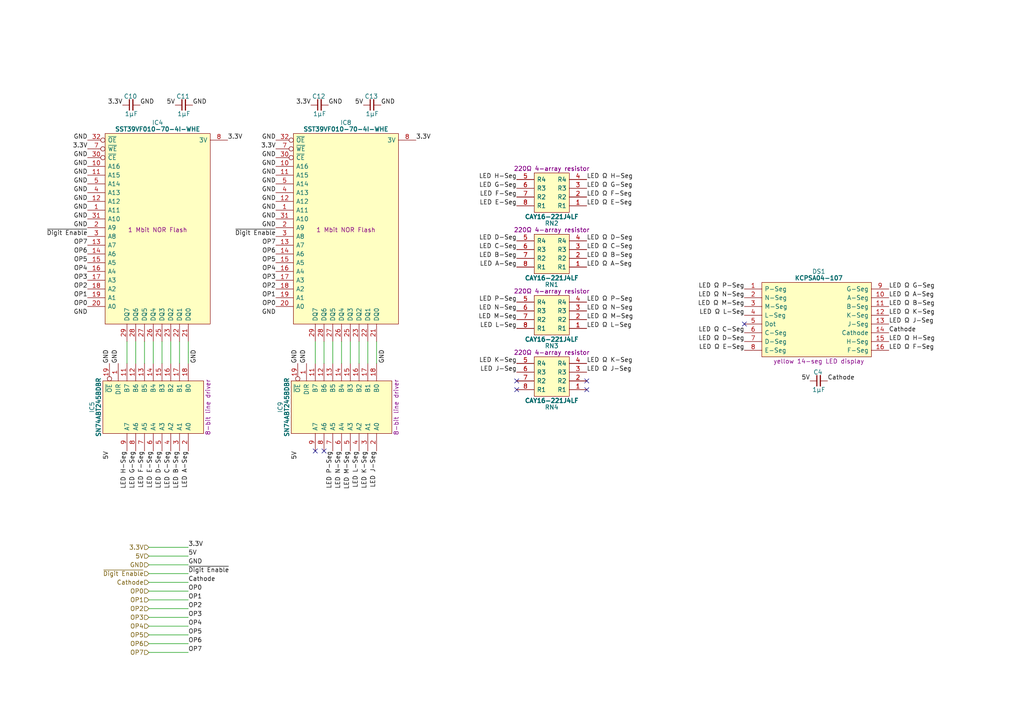
<source format=kicad_sch>
(kicad_sch (version 20231120) (generator "eeschema") (generator_version "8.0")
  (paper "A4")
  (lib_symbols
    (symbol "Bourns:CAY16-221J4LF" (pin_names (offset 0.762))
      (property "Reference" "RN" (at 10.16 5.08 0))
      (property "Value" "CAY16-221J4LF" (at 10.16 3.175 0))
      (property "Description" "220Ω 4-array resistor" (at 10.16 -10.795 0))
      (symbol "CAY16-221J4LF_0_0"
        (pin passive line (at 0 0 0) (length 5.08) (name "R1") (number "1"))
        (pin passive line (at 0 -2.54 0) (length 5.08) (name "R2") (number "2"))
        (pin passive line (at 0 -5.08 0) (length 5.08) (name "R3") (number "3"))
        (pin passive line (at 0 -7.62 0) (length 5.08) (name "R4") (number "4"))
        (pin passive line (at 20.32 -7.62 180) (length 5.08) (name "R4") (number "5"))
        (pin passive line (at 20.32 -5.08 180) (length 5.08) (name "R3") (number "6"))
        (pin passive line (at 20.32 -2.54 180) (length 5.08) (name "R2") (number "7"))
        (pin passive line (at 20.32 0 180) (length 5.08) (name "R1") (number "8"))
      )
      (symbol "CAY16-221J4LF_0_1"
        (polyline (pts (xy 5.08 1.905) (xy 15.24 1.905) (xy 15.24 -9.525) (xy 5.08 -9.525) (xy 5.08 1.905)) (stroke (width 0.1524)) (fill (type background)))
      )
    )
    (symbol "HCP65:C_0805" (pin_numbers hide) (pin_names (offset 0.254) hide)
      (property "Reference" "C" (at 2.286 2.54 0))
      (property "Value" "?μF" (at 2.54 -2.54 0))
      (symbol "C_0805_0_1"
        (polyline (pts (xy 1.9685 -1.4605) (xy 1.9685 1.5875)) (stroke (width 0.3048)))
        (polyline (pts (xy 2.9845 -1.4605) (xy 2.9845 1.5875)) (stroke (width 0.3302)))
      )
      (symbol "C_0805_1_1"
        (pin passive line (at 0 0 0) (length 2.032) (name "~") (number "1"))
        (pin passive line (at 5.08 0 180) (length 2.032) (name "~") (number "2"))
      )
    )
    (symbol "Kingbright:KCPSA04-107" (pin_names (offset 0.762))
      (property "Reference" "DS" (at 21.59 5.08 0))
      (property "Value" "KCPSA04-107" (at 21.59 3.175 0))
      (property "Description" "yellow 14-seg LED display" (at 21.59 -20.955 0))
      (symbol "KCPSA04-107_0_1"
        (polyline (pts (xy 5.08 1.905) (xy 36.83 1.905) (xy 36.83 -19.685) (xy 5.08 -19.685) (xy 5.08 1.905)) (stroke (width 0.1524)) (fill (type background)))
      )
      (symbol "KCPSA04-107_1_0"
        (pin passive line (at 0 0 0) (length 5.08) (name "P-Seg") (number "1"))
        (pin passive line (at 41.91 -2.54 180) (length 5.08) (name "A-Seg") (number "10"))
        (pin passive line (at 41.91 -5.08 180) (length 5.08) (name "B-Seg") (number "11"))
        (pin passive line (at 41.91 -7.62 180) (length 5.08) (name "K-Seg") (number "12"))
        (pin passive line (at 41.91 -10.16 180) (length 5.08) (name "J-Seg") (number "13"))
        (pin passive line (at 41.91 -12.7 180) (length 5.08) (name "Cathode") (number "14"))
        (pin passive line (at 41.91 -15.24 180) (length 5.08) (name "H-Seg") (number "15"))
        (pin passive line (at 41.91 -17.78 180) (length 5.08) (name "F-Seg") (number "16"))
        (pin passive line (at 0 -2.54 0) (length 5.08) (name "N-Seg") (number "2"))
        (pin passive line (at 0 -5.08 0) (length 5.08) (name "M-Seg") (number "3"))
        (pin passive line (at 0 -7.62 0) (length 5.08) (name "L-Seg") (number "4"))
        (pin passive line (at 0 -10.16 0) (length 5.08) (name "Dot") (number "5"))
        (pin passive line (at 0 -12.7 0) (length 5.08) (name "C-Seg") (number "6"))
        (pin passive line (at 0 -15.24 0) (length 5.08) (name "D-Seg") (number "7"))
        (pin passive line (at 0 -17.78 0) (length 5.08) (name "E-Seg") (number "8"))
        (pin passive line (at 41.91 0 180) (length 5.08) (name "G-Seg") (number "9"))
      )
    )
    (symbol "Microchip:SST39VF010-70-4I-WHE" (pin_names (offset 0.762))
      (property "Reference" "IC" (at 20.32 5.08 0))
      (property "Value" "SST39VF010-70-4I-WHE" (at 20.32 3.175 0))
      (property "Description" "1 Mbit NOR Flash" (at 20.32 -26.035 0))
      (symbol "SST39VF010-70-4I-WHE_0_0"
        (pin input line (at 0 -20.32 0) (length 5.08) (name "A11") (number "1"))
        (pin input line (at 0 -7.62 0) (length 5.08) (name "A16") (number "10"))
        (pin input line (at 0 -10.16 0) (length 5.08) (name "A15") (number "11"))
        (pin input line (at 0 -17.78 0) (length 5.08) (name "A12") (number "12"))
        (pin input line (at 0 -30.48 0) (length 5.08) (name "A7") (number "13"))
        (pin input line (at 0 -33.02 0) (length 5.08) (name "A6") (number "14"))
        (pin input line (at 0 -35.56 0) (length 5.08) (name "A5") (number "15"))
        (pin input line (at 0 -38.1 0) (length 5.08) (name "A4") (number "16"))
        (pin input line (at 0 -40.64 0) (length 5.08) (name "A3") (number "17"))
        (pin input line (at 0 -43.18 0) (length 5.08) (name "A2") (number "18"))
        (pin input line (at 0 -45.72 0) (length 5.08) (name "A1") (number "19"))
        (pin input line (at 0 -25.4 0) (length 5.08) (name "A9") (number "2"))
        (pin input line (at 0 -48.26 0) (length 5.08) (name "A0") (number "20"))
        (pin tri_state line (at 29.21 -58.42 90) (length 5.08) (name "DQ0") (number "21"))
        (pin tri_state line (at 26.67 -58.42 90) (length 5.08) (name "DQ1") (number "22"))
        (pin tri_state line (at 24.13 -58.42 90) (length 5.08) (name "DQ2") (number "23"))
        (pin tri_state line (at 21.59 -58.42 90) (length 5.08) (name "DQ3") (number "25"))
        (pin tri_state line (at 19.05 -58.42 90) (length 5.08) (name "DQ4") (number "26"))
        (pin tri_state line (at 16.51 -58.42 90) (length 5.08) (name "DQ5") (number "27"))
        (pin tri_state line (at 13.97 -58.42 90) (length 5.08) (name "DQ6") (number "28"))
        (pin tri_state line (at 11.43 -58.42 90) (length 5.08) (name "DQ7") (number "29"))
        (pin input line (at 0 -27.94 0) (length 5.08) (name "A8") (number "3"))
        (pin input line (at 0 -22.86 0) (length 5.08) (name "A10") (number "31"))
        (pin input line (at 0 -15.24 0) (length 5.08) (name "A13") (number "4"))
        (pin input line (at 0 -12.7 0) (length 5.08) (name "A14") (number "5"))
      )
      (symbol "SST39VF010-70-4I-WHE_0_1"
        (polyline (pts (xy 5.08 1.905) (xy 35.56 1.905) (xy 35.56 -53.34) (xy 5.08 -53.34) (xy 5.08 1.905)) (stroke (width 0.1524)) (fill (type background)))
      )
      (symbol "SST39VF010-70-4I-WHE_1_0"
        (pin passive line (at 0 -50.8 0) (length 5.08) hide (name "GND") (number "24"))
        (pin input inverted (at 0 -5.08 0) (length 5.08) (name "~{CE}") (number "30"))
        (pin input inverted (at 0 0 0) (length 5.08) (name "~{OE}") (number "32"))
        (pin no_connect line (at 40.64 -5.08 180) (length 5.08) hide (name "N.C.") (number "6"))
        (pin input inverted (at 0 -2.54 0) (length 5.08) (name "~{WE}") (number "7"))
        (pin passive line (at 40.64 0 180) (length 5.08) (name "3V") (number "8"))
        (pin no_connect line (at 40.64 -2.54 180) (length 5.08) hide (name "N.C.") (number "9"))
      )
    )
    (symbol "Texas_Instruments:SN74ABT245BDBR" (pin_names (offset 0.762))
      (property "Reference" "IC" (at 12.7 5.08 0))
      (property "Value" "SN74ABT245BDBR" (at 12.7 3.175 0))
      (property "Description" "8-bit line driver" (at 12.7 -28.575 0))
      (symbol "SN74ABT245BDBR_0_0"
        (pin input line (at 0 -2.54 0) (length 5.08) (name "DIR") (number "1"))
        (pin passive line (at 0 -25.4 0) (length 5.08) hide (name "GND") (number "10"))
        (pin tri_state line (at 0 -5.08 0) (length 5.08) (name "B7") (number "11"))
        (pin tri_state line (at 0 -7.62 0) (length 5.08) (name "B6") (number "12"))
        (pin tri_state line (at 0 -10.16 0) (length 5.08) (name "B5") (number "13"))
        (pin tri_state line (at 0 -12.7 0) (length 5.08) (name "B4") (number "14"))
        (pin tri_state line (at 0 -15.24 0) (length 5.08) (name "B3") (number "15"))
        (pin tri_state line (at 0 -17.78 0) (length 5.08) (name "B2") (number "16"))
        (pin tri_state line (at 0 -20.32 0) (length 5.08) (name "B1") (number "17"))
        (pin tri_state line (at 0 -22.86 0) (length 5.08) (name "B0") (number "18"))
        (pin input inverted (at 0 0 0) (length 5.08) (name "~{OE}") (number "19"))
        (pin tri_state line (at 25.4 -22.86 180) (length 5.08) (name "A0") (number "2"))
        (pin passive line (at 25.4 0 180) (length 5.08) hide (name "5V") (number "20"))
        (pin tri_state line (at 25.4 -20.32 180) (length 5.08) (name "A1") (number "3"))
        (pin tri_state line (at 25.4 -17.78 180) (length 5.08) (name "A2") (number "4"))
        (pin tri_state line (at 25.4 -15.24 180) (length 5.08) (name "A3") (number "5"))
        (pin tri_state line (at 25.4 -12.7 180) (length 5.08) (name "A4") (number "6"))
        (pin tri_state line (at 25.4 -10.16 180) (length 5.08) (name "A5") (number "7"))
        (pin tri_state line (at 25.4 -7.62 180) (length 5.08) (name "A6") (number "8"))
        (pin tri_state line (at 25.4 -5.08 180) (length 5.08) (name "A7") (number "9"))
      )
      (symbol "SN74ABT245BDBR_0_1"
        (polyline (pts (xy 5.08 1.905) (xy 20.32 1.905) (xy 20.32 -27.305) (xy 5.08 -27.305) (xy 5.08 1.905)) (stroke (width 0.1524)) (fill (type background)))
      )
    )
  )
  (no_connect (at 149.86 113.03))
  (no_connect (at 91.44 130.81))
  (no_connect (at 215.9 93.98))
  (no_connect (at 170.18 113.03))
  (no_connect (at 170.18 110.49))
  (no_connect (at 93.98 130.81))
  (no_connect (at 149.86 110.49))
  (wire (pts (xy 41.91 105.41) (xy 41.91 99.06)))
  (wire (pts (xy 43.18 176.53) (xy 54.61 176.53)))
  (wire (pts (xy 96.52 105.41) (xy 96.52 99.06)))
  (wire (pts (xy 49.53 105.41) (xy 49.53 99.06)))
  (wire (pts (xy 43.18 163.83) (xy 54.61 163.83)))
  (wire (pts (xy 43.18 161.29) (xy 54.61 161.29)))
  (wire (pts (xy 46.99 105.41) (xy 46.99 99.06)))
  (wire (pts (xy 43.18 166.37) (xy 54.61 166.37)))
  (wire (pts (xy 44.45 105.41) (xy 44.45 99.06)))
  (wire (pts (xy 43.18 171.45) (xy 54.61 171.45)))
  (wire (pts (xy 54.61 105.41) (xy 54.61 99.06)))
  (wire (pts (xy 106.68 105.41) (xy 106.68 99.06)))
  (wire (pts (xy 43.18 184.15) (xy 54.61 184.15)))
  (wire (pts (xy 43.18 189.23) (xy 54.61 189.23)))
  (wire (pts (xy 104.14 105.41) (xy 104.14 99.06)))
  (wire (pts (xy 99.06 105.41) (xy 99.06 99.06)))
  (wire (pts (xy 91.44 105.41) (xy 91.44 99.06)))
  (wire (pts (xy 43.18 173.99) (xy 54.61 173.99)))
  (wire (pts (xy 36.83 105.41) (xy 36.83 99.06)))
  (wire (pts (xy 39.37 105.41) (xy 39.37 99.06)))
  (wire (pts (xy 43.18 168.91) (xy 54.61 168.91)))
  (wire (pts (xy 43.18 181.61) (xy 54.61 181.61)))
  (wire (pts (xy 43.18 158.75) (xy 54.61 158.75)))
  (wire (pts (xy 43.18 186.69) (xy 54.61 186.69)))
  (wire (pts (xy 52.07 105.41) (xy 52.07 99.06)))
  (wire (pts (xy 93.98 105.41) (xy 93.98 99.06)))
  (wire (pts (xy 43.18 179.07) (xy 54.61 179.07)))
  (wire (pts (xy 101.6 105.41) (xy 101.6 99.06)))
  (wire (pts (xy 109.22 105.41) (xy 109.22 99.06)))
  (label "LED J-Seg" (at 109.22 130.81 270))
  (label "GND" (at 80.01 55.88 180))
  (label "GND" (at 95.25 30.48 0))
  (label "5V" (at 31.75 130.81 270))
  (label "LED Ω A-Seg" (at 170.18 77.47 0))
  (label "OP3" (at 54.61 179.07 0))
  (label "GND" (at 80.01 40.64 180))
  (label "LED M-Seg" (at 101.6 130.81 270))
  (label "5V" (at 50.8 30.48 180))
  (label "LED Ω N-Seg" (at 215.9 86.36 180))
  (label "GND" (at 25.4 66.04 180))
  (label "GND" (at 57.15 105.41 90))
  (label "Cathode" (at 240.03 110.49 0))
  (label "GND" (at 25.4 50.8 180))
  (label "3.3V" (at 66.04 40.64 0))
  (label "GND" (at 25.4 48.26 180))
  (label "GND" (at 80.01 50.8 180))
  (label "LED Ω M-Seg" (at 215.9 88.9 180))
  (label "LED K-Seg" (at 106.68 130.81 270))
  (label "LED N-Seg" (at 99.06 130.81 270))
  (label "OP3" (at 80.01 81.28 180))
  (label "LED A-Seg" (at 54.61 130.81 270))
  (label "OP6" (at 54.61 186.69 0))
  (label "LED Ω L-Seg" (at 215.9 91.44 180))
  (label "LED K-Seg" (at 149.86 105.41 180))
  (label "LED E-Seg" (at 149.86 59.69 180))
  (label "~{Digit Enable}" (at 80.01 68.58 180))
  (label "LED N-Seg" (at 149.86 90.17 180))
  (label "OP2" (at 25.4 83.82 180))
  (label "GND" (at 25.4 40.64 180))
  (label "LED Ω A-Seg" (at 257.81 86.36 0))
  (label "LED E-Seg" (at 44.45 130.81 270))
  (label "GND" (at 25.4 91.44 180))
  (label "OP3" (at 25.4 81.28 180))
  (label "LED F-Seg" (at 41.91 130.81 270))
  (label "~{Digit Enable}" (at 25.4 68.58 180))
  (label "OP5" (at 54.61 184.15 0))
  (label "LED Ω L-Seg" (at 170.18 95.25 0))
  (label "GND" (at 110.49 30.48 0))
  (label "GND" (at 25.4 63.5 180))
  (label "LED Ω F-Seg" (at 170.18 57.15 0))
  (label "OP2" (at 54.61 176.53 0))
  (label "Cathode" (at 54.61 168.91 0))
  (label "LED D-Seg" (at 149.86 69.85 180))
  (label "OP1" (at 25.4 86.36 180))
  (label "LED Ω H-Seg" (at 170.18 52.07 0))
  (label "LED Ω D-Seg" (at 170.18 69.85 0))
  (label "OP5" (at 80.01 76.2 180))
  (label "OP7" (at 25.4 71.12 180))
  (label "GND" (at 40.64 30.48 0))
  (label "LED P-Seg" (at 149.86 87.63 180))
  (label "GND" (at 111.76 105.41 90))
  (label "GND" (at 25.4 45.72 180))
  (label "OP4" (at 54.61 181.61 0))
  (label "3.3V" (at 54.61 158.75 0))
  (label "LED B-Seg" (at 149.86 74.93 180))
  (label "GND" (at 55.88 30.48 0))
  (label "Cathode" (at 257.81 96.52 0))
  (label "LED Ω G-Seg" (at 257.81 83.82 0))
  (label "GND" (at 80.01 53.34 180))
  (label "GND" (at 25.4 53.34 180))
  (label "LED Ω G-Seg" (at 170.18 54.61 0))
  (label "LED Ω B-Seg" (at 257.81 88.9 0))
  (label "GND" (at 80.01 58.42 180))
  (label "LED Ω D-Seg" (at 215.9 99.06 180))
  (label "GND" (at 80.01 91.44 180))
  (label "OP7" (at 54.61 189.23 0))
  (label "LED Ω P-Seg" (at 170.18 87.63 0))
  (label "GND" (at 54.61 163.83 0))
  (label "GND" (at 80.01 63.5 180))
  (label "LED H-Seg" (at 149.86 52.07 180))
  (label "OP4" (at 80.01 78.74 180))
  (label "GND" (at 25.4 58.42 180))
  (label "LED Ω J-Seg" (at 257.81 93.98 0))
  (label "LED L-Seg" (at 104.14 130.81 270))
  (label "LED C-Seg" (at 49.53 130.81 270))
  (label "LED Ω K-Seg" (at 257.81 91.44 0))
  (label "GND" (at 80.01 66.04 180))
  (label "5V" (at 54.61 161.29 0))
  (label "LED A-Seg" (at 149.86 77.47 180))
  (label "LED Ω F-Seg" (at 257.81 101.6 0))
  (label "LED D-Seg" (at 46.99 130.81 270))
  (label "LED Ω C-Seg" (at 215.9 96.52 180))
  (label "OP7" (at 80.01 71.12 180))
  (label "OP2" (at 80.01 83.82 180))
  (label "OP6" (at 80.01 73.66 180))
  (label "OP1" (at 80.01 86.36 180))
  (label "LED H-Seg" (at 36.83 130.81 270))
  (label "LED M-Seg" (at 149.86 92.71 180))
  (label "LED C-Seg" (at 149.86 72.39 180))
  (label "OP5" (at 25.4 76.2 180))
  (label "3.3V" (at 35.56 30.48 180))
  (label "~{Digit Enable}" (at 54.61 166.37 0))
  (label "LED Ω M-Seg" (at 170.18 92.71 0))
  (label "GND" (at 25.4 60.96 180))
  (label "5V" (at 105.41 30.48 180))
  (label "OP4" (at 25.4 78.74 180))
  (label "LED Ω K-Seg" (at 170.18 105.41 0))
  (label "GND" (at 86.36 105.41 90))
  (label "LED Ω C-Seg" (at 170.18 72.39 0))
  (label "OP1" (at 54.61 173.99 0))
  (label "OP0" (at 54.61 171.45 0))
  (label "5V" (at 86.36 130.81 270))
  (label "LED Ω E-Seg" (at 215.9 101.6 180))
  (label "3.3V" (at 25.4 43.18 180))
  (label "GND" (at 31.75 105.41 90))
  (label "GND" (at 80.01 60.96 180))
  (label "LED F-Seg" (at 149.86 57.15 180))
  (label "5V" (at 234.95 110.49 180))
  (label "LED Ω E-Seg" (at 170.18 59.69 0))
  (label "GND" (at 80.01 45.72 180))
  (label "GND" (at 88.9 105.41 90))
  (label "3.3V" (at 120.65 40.64 0))
  (label "GND" (at 80.01 48.26 180))
  (label "LED Ω H-Seg" (at 257.81 99.06 0))
  (label "LED Ω P-Seg" (at 215.9 83.82 180))
  (label "LED L-Seg" (at 149.86 95.25 180))
  (label "LED B-Seg" (at 52.07 130.81 270))
  (label "LED G-Seg" (at 149.86 54.61 180))
  (label "3.3V" (at 90.17 30.48 180))
  (label "OP0" (at 25.4 88.9 180))
  (label "3.3V" (at 80.01 43.18 180))
  (label "LED Ω B-Seg" (at 170.18 74.93 0))
  (label "OP6" (at 25.4 73.66 180))
  (label "LED P-Seg" (at 96.52 130.81 270))
  (label "OP0" (at 80.01 88.9 180))
  (label "GND" (at 25.4 55.88 180))
  (label "GND" (at 34.29 105.41 90))
  (label "LED G-Seg" (at 39.37 130.81 270))
  (label "LED Ω N-Seg" (at 170.18 90.17 0))
  (label "LED Ω J-Seg" (at 170.18 107.95 0))
  (label "LED J-Seg" (at 149.86 107.95 180))
  (hierarchical_label "GND" (shape input) (at 43.18 163.83 180))
  (hierarchical_label "OP2" (shape input) (at 43.18 176.53 180))
  (hierarchical_label "OP0" (shape input) (at 43.18 171.45 180))
  (hierarchical_label "OP7" (shape input) (at 43.18 189.23 180))
  (hierarchical_label "OP5" (shape input) (at 43.18 184.15 180))
  (hierarchical_label "~{Digit Enable}" (shape input) (at 43.18 166.37 180))
  (hierarchical_label "5V" (shape input) (at 43.18 161.29 180))
  (hierarchical_label "OP1" (shape input) (at 43.18 173.99 180))
  (hierarchical_label "OP6" (shape input) (at 43.18 186.69 180))
  (hierarchical_label "OP3" (shape input) (at 43.18 179.07 180))
  (hierarchical_label "Cathode" (shape input) (at 43.18 168.91 180))
  (hierarchical_label "3.3V" (shape input) (at 43.18 158.75 180))
  (hierarchical_label "OP4" (shape input) (at 43.18 181.61 180))
  (symbol (lib_id "Bourns:CAY16-221J4LF") (at 170.18 77.47 180) (unit 1)
    (property "Reference" "RN1" (at 160.02 82.55 0))
    (property "Value" "CAY16-221J4LF" (at 160.02 80.645 0) (effects (font (bold yes))))
    (property "Footprint" "SamacSys_Parts:CAY16-F4" (effects (hide yes)))
    (property "Datasheet" "https://www.bourns.com/docs/Product-Datasheets/CATCAY.pdf" (effects (hide yes)))
    (property "Description" "220Ω 4-array resistor" (at 160.02 66.675 0))
    (property "Height" "0.6" (effects (hide yes)))
    (property "Manufacturer_Name" "Bourns" (effects (hide yes)))
    (property "Manufacturer_Part_Number" "CAY16-221J4LF" (effects (hide yes)))
    (property "Mouser Part Number" "652-CAY16-221J4LF" (effects (hide yes)))
    (property "Mouser Price/Stock" "https://www.mouser.co.uk/ProductDetail/Bourns/CAY16-221J4LF?qs=BKfsZh40Pd9sAo64tUrb9Q%3D%3D" (effects (hide yes)))
    (property "Arrow Part Number" "CAY16-221J4LF" (effects (hide yes)))
    (property "Arrow Price/Stock" "https://www.arrow.com/en/products/cay16-221j4lf/bourns?region=nac" (effects (hide yes)))
    (property "Silkscreen" "220Ω" (effects (hide yes)))
    (property "Garbage" "Bourns CAY16 Series 220 +/-5% Isolated SMT Resistor Array, 4 Resistors, 0.25W total 1206 (3216M) package Convex" (effects (hide yes)))
    (instances (project "W65C816 Opcode Display" (path "" (reference "RN1") (unit 1)) (path "" (reference "RN5") (unit 1)) (path "" (reference "RN17") (unit 1))))
  )
  (symbol (lib_id "HCP65:C_0805") (at 90.17 30.48 0) (unit 1)
    (property "Reference" "C12" (at 92.456 27.94 0))
    (property "Value" "1μF" (at 92.71 33.02 0))
    (property "Footprint" "SamacSys_Parts:C_0805" (effects (hide yes)))
    (instances (project "W65C816 Opcode Display" (path "" (reference "C12") (unit 1)) (path "" (reference "C28") (unit 1)) (path "" (reference "C20") (unit 1))))
  )
  (symbol (lib_id "HCP65:C_0805") (at 105.41 30.48 0) (unit 1)
    (property "Reference" "C13" (at 107.696 27.94 0))
    (property "Value" "1μF" (at 107.95 33.02 0))
    (property "Footprint" "SamacSys_Parts:C_0805" (effects (hide yes)))
    (instances (project "W65C816 Opcode Display" (path "" (reference "C13") (unit 1)) (path "" (reference "C29") (unit 1)) (path "" (reference "C21") (unit 1))))
  )
  (symbol (lib_id "Texas_Instruments:SN74ABT245BDBR") (at 31.75 105.41 90) (mirror x) (unit 1)
    (property "Reference" "IC5" (at 26.67 118.11 0))
    (property "Value" "SN74ABT245BDBR" (at 28.575 118.11 0) (effects (font (bold yes))))
    (property "Footprint" "SamacSys_Parts:SOP65P780X200-20N" (effects (hide yes)))
    (property "Datasheet" "http://www.ti.com/lit/gpn/sn74abt245b" (effects (hide yes)))
    (property "Description" "8-bit line driver" (at 60.325 118.11 0))
    (property "Height" "2" (effects (hide yes)))
    (property "Manufacturer_Name" "Texas Instruments" (effects (hide yes)))
    (property "Manufacturer_Part_Number" "SN74ABT245BDBR" (effects (hide yes)))
    (property "Mouser Part Number" "595-SN74ABT245BDBR" (effects (hide yes)))
    (property "Mouser Price/Stock" "https://www.mouser.co.uk/ProductDetail/Texas-Instruments/SN74ABT245BDBR?qs=5nGYs9Do7G0kvriH65mtcg%3D%3D" (effects (hide yes)))
    (property "Silkscreen" "74ABT245" (effects (hide yes)))
    (property "Garbage" "Texas Instruments SN74ABT245BDBR, Bus Transceiver, 8-Bit Non-Inverting TTL, 5V, 20-Pin SSOP" (effects (hide yes)))
    (instances (project "W65C816 Opcode Display" (path "" (reference "IC5") (unit 1)) (path "" (reference "IC22") (unit 1)) (path "" (reference "IC12") (unit 1))))
  )
  (symbol (lib_id "Texas_Instruments:SN74ABT245BDBR") (at 86.36 105.41 90) (mirror x) (unit 1)
    (property "Reference" "IC9" (at 81.28 118.11 0))
    (property "Value" "SN74ABT245BDBR" (at 83.185 118.11 0) (effects (font (bold yes))))
    (property "Footprint" "SamacSys_Parts:SOP65P780X200-20N" (effects (hide yes)))
    (property "Datasheet" "http://www.ti.com/lit/gpn/sn74abt245b" (effects (hide yes)))
    (property "Description" "8-bit line driver" (at 114.935 118.11 0))
    (property "Height" "2" (effects (hide yes)))
    (property "Manufacturer_Name" "Texas Instruments" (effects (hide yes)))
    (property "Manufacturer_Part_Number" "SN74ABT245BDBR" (effects (hide yes)))
    (property "Mouser Part Number" "595-SN74ABT245BDBR" (effects (hide yes)))
    (property "Mouser Price/Stock" "https://www.mouser.co.uk/ProductDetail/Texas-Instruments/SN74ABT245BDBR?qs=5nGYs9Do7G0kvriH65mtcg%3D%3D" (effects (hide yes)))
    (property "Silkscreen" "74ABT245" (effects (hide yes)))
    (property "Garbage" "Texas Instruments SN74ABT245BDBR, Bus Transceiver, 8-Bit Non-Inverting TTL, 5V, 20-Pin SSOP" (effects (hide yes)))
    (instances (project "W65C816 Opcode Display" (path "" (reference "IC9") (unit 1)) (path "" (reference "IC24") (unit 1)) (path "" (reference "IC16") (unit 1))))
  )
  (symbol (lib_id "HCP65:C_0805") (at 35.56 30.48 0) (unit 1)
    (property "Reference" "C10" (at 37.846 27.94 0))
    (property "Value" "1μF" (at 38.1 33.02 0))
    (property "Footprint" "SamacSys_Parts:C_0805" (effects (hide yes)))
    (instances (project "W65C816 Opcode Display" (path "" (reference "C10") (unit 1)) (path "" (reference "C26") (unit 1)) (path "" (reference "C16") (unit 1))))
  )
  (symbol (lib_id "Microchip:SST39VF010-70-4I-WHE") (at 25.4 40.64 0) (unit 1)
    (property "Reference" "IC4" (at 45.72 35.56 0))
    (property "Value" "SST39VF010-70-4I-WHE" (at 45.72 37.465 0) (effects (font (thickness 0.254) (bold yes))))
    (property "Footprint" "SamacSys_Parts:SOP50P1400X120-32N" (effects (hide yes)))
    (property "Datasheet" "https://ww1.microchip.com/downloads/en/DeviceDoc/20005023B.pdf" (effects (hide yes)))
    (property "Description" "1 Mbit NOR Flash" (at 45.72 66.675 0))
    (property "Height" "1.2" (effects (hide yes)))
    (property "Manufacturer_Name" "Microchip" (effects (hide yes)))
    (property "Manufacturer_Part_Number" "SST39VF010-70-4I-WHE-T" (effects (hide yes)))
    (property "Mouser Part Number" "579-39VF0107IWHET" (effects (hide yes)))
    (property "Mouser Price/Stock" "https://www.mouser.co.uk/ProductDetail/Microchip-Technology/SST39VF010-70-4I-WHE-T?qs=Ot24P6tC%2FQ4B9oZpWUm8VA%3D%3D" (effects (hide yes)))
    (property "Silkscreen" "SST39VF010-70" (effects (hide yes)))
    (instances (project "W65C816 Opcode Display" (path "" (reference "IC4") (unit 1)) (path "" (reference "IC21") (unit 1)) (path "" (reference "IC11") (unit 1))))
  )
  (symbol (lib_id "Kingbright:KCPSA04-107") (at 215.9 83.82 0) (unit 1)
    (property "Reference" "DS1" (at 237.49 78.74 0))
    (property "Value" "KCPSA04-107" (at 237.49 80.645 0) (effects (font (thickness 0.254) (bold yes))))
    (property "Footprint" "SamacSys_Parts:KCPSA04107" (effects (hide yes)))
    (property "Datasheet" "https://docs.rs-online.com/7525/0900766b813c9017.pdf" (effects (hide yes)))
    (property "Description" "yellow 14-seg LED display" (at 237.49 104.775 0))
    (property "Height" "4" (effects (hide yes)))
    (property "Manufacturer_Name" "Kingbright" (effects (hide yes)))
    (property "Manufacturer_Part_Number" "KCPSA04-107" (effects (hide yes)))
    (property "Mouser Part Number" "N/A" (effects (hide yes)))
    (property "Mouser Price/Stock" "https://www.mouser.co.uk/ProductDetail/Kingbright/KCPSA04-107?qs=2JU0tDl2GZ1zROqoLKb2zw%3D%3D" (effects (hide yes)))
    (property "Silkscreen" "KCPSA04-107" (effects (hide yes)))
    (instances (project "W65C816 Opcode Display" (path "" (reference "DS1") (unit 1)) (path "" (reference "DS6") (unit 1)) (path "" (reference "DS4") (unit 1))))
  )
  (symbol (lib_id "Bourns:CAY16-221J4LF") (at 170.18 113.03 180) (unit 1)
    (property "Reference" "RN4" (at 160.02 118.11 0))
    (property "Value" "CAY16-221J4LF" (at 160.02 116.205 0) (effects (font (bold yes))))
    (property "Footprint" "SamacSys_Parts:CAY16-F4" (effects (hide yes)))
    (property "Datasheet" "https://www.bourns.com/docs/Product-Datasheets/CATCAY.pdf" (effects (hide yes)))
    (property "Description" "220Ω 4-array resistor" (at 160.02 102.235 0))
    (property "Height" "0.6" (effects (hide yes)))
    (property "Manufacturer_Name" "Bourns" (effects (hide yes)))
    (property "Manufacturer_Part_Number" "CAY16-221J4LF" (effects (hide yes)))
    (property "Mouser Part Number" "652-CAY16-221J4LF" (effects (hide yes)))
    (property "Mouser Price/Stock" "https://www.mouser.co.uk/ProductDetail/Bourns/CAY16-221J4LF?qs=BKfsZh40Pd9sAo64tUrb9Q%3D%3D" (effects (hide yes)))
    (property "Arrow Part Number" "CAY16-221J4LF" (effects (hide yes)))
    (property "Arrow Price/Stock" "https://www.arrow.com/en/products/cay16-221j4lf/bourns?region=nac" (effects (hide yes)))
    (property "Silkscreen" "220Ω" (effects (hide yes)))
    (property "Garbage" "Bourns CAY16 Series 220 +/-5% Isolated SMT Resistor Array, 4 Resistors, 0.25W total 1206 (3216M) package Convex" (effects (hide yes)))
    (instances (project "W65C816 Opcode Display" (path "" (reference "RN4") (unit 1)) (path "" (reference "RN16") (unit 1)) (path "" (reference "RN20") (unit 1))))
  )
  (symbol (lib_id "HCP65:C_0805") (at 50.8 30.48 0) (unit 1)
    (property "Reference" "C11" (at 53.086 27.94 0))
    (property "Value" "1μF" (at 53.34 33.02 0))
    (property "Footprint" "SamacSys_Parts:C_0805" (effects (hide yes)))
    (instances (project "W65C816 Opcode Display" (path "" (reference "C11") (unit 1)) (path "" (reference "C27") (unit 1)) (path "" (reference "C17") (unit 1))))
  )
  (symbol (lib_id "Bourns:CAY16-221J4LF") (at 170.18 59.69 180) (unit 1)
    (property "Reference" "RN2" (at 160.02 64.77 0))
    (property "Value" "CAY16-221J4LF" (at 160.02 62.865 0) (effects (font (bold yes))))
    (property "Footprint" "SamacSys_Parts:CAY16-F4" (effects (hide yes)))
    (property "Datasheet" "https://www.bourns.com/docs/Product-Datasheets/CATCAY.pdf" (effects (hide yes)))
    (property "Description" "220Ω 4-array resistor" (at 160.02 48.895 0))
    (property "Height" "0.6" (effects (hide yes)))
    (property "Manufacturer_Name" "Bourns" (effects (hide yes)))
    (property "Manufacturer_Part_Number" "CAY16-221J4LF" (effects (hide yes)))
    (property "Mouser Part Number" "652-CAY16-221J4LF" (effects (hide yes)))
    (property "Mouser Price/Stock" "https://www.mouser.co.uk/ProductDetail/Bourns/CAY16-221J4LF?qs=BKfsZh40Pd9sAo64tUrb9Q%3D%3D" (effects (hide yes)))
    (property "Arrow Part Number" "CAY16-221J4LF" (effects (hide yes)))
    (property "Arrow Price/Stock" "https://www.arrow.com/en/products/cay16-221j4lf/bourns?region=nac" (effects (hide yes)))
    (property "Silkscreen" "220Ω" (effects (hide yes)))
    (property "Garbage" "Bourns CAY16 Series 220 +/-5% Isolated SMT Resistor Array, 4 Resistors, 0.25W total 1206 (3216M) package Convex" (effects (hide yes)))
    (instances (project "W65C816 Opcode Display" (path "" (reference "RN2") (unit 1)) (path "" (reference "RN6") (unit 1)) (path "" (reference "RN18") (unit 1))))
  )
  (symbol (lib_id "Microchip:SST39VF010-70-4I-WHE") (at 80.01 40.64 0) (unit 1)
    (property "Reference" "IC8" (at 100.33 35.56 0))
    (property "Value" "SST39VF010-70-4I-WHE" (at 100.33 37.465 0) (effects (font (thickness 0.254) (bold yes))))
    (property "Footprint" "SamacSys_Parts:SOP50P1400X120-32N" (effects (hide yes)))
    (property "Datasheet" "https://ww1.microchip.com/downloads/en/DeviceDoc/20005023B.pdf" (effects (hide yes)))
    (property "Description" "1 Mbit NOR Flash" (at 100.33 66.675 0))
    (property "Height" "1.2" (effects (hide yes)))
    (property "Manufacturer_Name" "Microchip" (effects (hide yes)))
    (property "Manufacturer_Part_Number" "SST39VF010-70-4I-WHE-T" (effects (hide yes)))
    (property "Mouser Part Number" "579-39VF0107IWHET" (effects (hide yes)))
    (property "Mouser Price/Stock" "https://www.mouser.co.uk/ProductDetail/Microchip-Technology/SST39VF010-70-4I-WHE-T?qs=Ot24P6tC%2FQ4B9oZpWUm8VA%3D%3D" (effects (hide yes)))
    (property "Silkscreen" "SST39VF010-70" (effects (hide yes)))
    (instances (project "W65C816 Opcode Display" (path "" (reference "IC8") (unit 1)) (path "" (reference "IC23") (unit 1)) (path "" (reference "IC13") (unit 1))))
  )
  (symbol (lib_id "HCP65:C_0805") (at 234.95 110.49 0) (unit 1)
    (property "Reference" "C4" (at 237.236 107.95 0))
    (property "Value" "1μF" (at 237.49 113.03 0))
    (property "Footprint" "SamacSys_Parts:C_0805" (effects (hide yes)))
    (instances (project "W65C816 Opcode Display" (path "" (reference "C4") (unit 1)) (path "" (reference "C5") (unit 1)) (path "" (reference "C8") (unit 1))))
  )
  (symbol (lib_id "Bourns:CAY16-221J4LF") (at 170.18 95.25 180) (unit 1)
    (property "Reference" "RN3" (at 160.02 100.33 0))
    (property "Value" "CAY16-221J4LF" (at 160.02 98.425 0) (effects (font (bold yes))))
    (property "Footprint" "SamacSys_Parts:CAY16-F4" (effects (hide yes)))
    (property "Datasheet" "https://www.bourns.com/docs/Product-Datasheets/CATCAY.pdf" (effects (hide yes)))
    (property "Description" "220Ω 4-array resistor" (at 160.02 84.455 0))
    (property "Height" "0.6" (effects (hide yes)))
    (property "Manufacturer_Name" "Bourns" (effects (hide yes)))
    (property "Manufacturer_Part_Number" "CAY16-221J4LF" (effects (hide yes)))
    (property "Mouser Part Number" "652-CAY16-221J4LF" (effects (hide yes)))
    (property "Mouser Price/Stock" "https://www.mouser.co.uk/ProductDetail/Bourns/CAY16-221J4LF?qs=BKfsZh40Pd9sAo64tUrb9Q%3D%3D" (effects (hide yes)))
    (property "Arrow Part Number" "CAY16-221J4LF" (effects (hide yes)))
    (property "Arrow Price/Stock" "https://www.arrow.com/en/products/cay16-221j4lf/bourns?region=nac" (effects (hide yes)))
    (property "Silkscreen" "220Ω" (effects (hide yes)))
    (property "Garbage" "Bourns CAY16 Series 220 +/-5% Isolated SMT Resistor Array, 4 Resistors, 0.25W total 1206 (3216M) package Convex" (effects (hide yes)))
    (instances (project "W65C816 Opcode Display" (path "" (reference "RN3") (unit 1)) (path "" (reference "RN7") (unit 1)) (path "" (reference "RN19") (unit 1))))
  )
)
</source>
